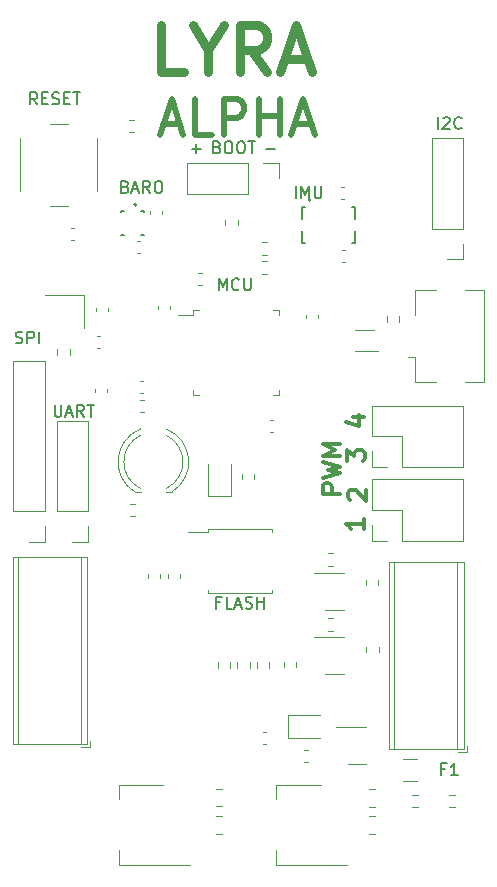
<source format=gbr>
%TF.GenerationSoftware,KiCad,Pcbnew,(7.0.0)*%
%TF.CreationDate,2023-07-06T15:18:02+01:00*%
%TF.ProjectId,wolf flight comp,776f6c66-2066-46c6-9967-687420636f6d,rev?*%
%TF.SameCoordinates,Original*%
%TF.FileFunction,Legend,Top*%
%TF.FilePolarity,Positive*%
%FSLAX46Y46*%
G04 Gerber Fmt 4.6, Leading zero omitted, Abs format (unit mm)*
G04 Created by KiCad (PCBNEW (7.0.0)) date 2023-07-06 15:18:02*
%MOMM*%
%LPD*%
G01*
G04 APERTURE LIST*
%ADD10C,0.200000*%
%ADD11C,0.750000*%
%ADD12C,0.300000*%
%ADD13C,0.500000*%
%ADD14C,0.150000*%
%ADD15C,0.120000*%
%ADD16C,0.127000*%
G04 APERTURE END LIST*
D10*
X160338095Y-67851428D02*
X161100000Y-67851428D01*
X160719047Y-68232380D02*
X160719047Y-67470476D01*
X162509523Y-67708571D02*
X162652380Y-67756190D01*
X162652380Y-67756190D02*
X162699999Y-67803809D01*
X162699999Y-67803809D02*
X162747618Y-67899047D01*
X162747618Y-67899047D02*
X162747618Y-68041904D01*
X162747618Y-68041904D02*
X162699999Y-68137142D01*
X162699999Y-68137142D02*
X162652380Y-68184761D01*
X162652380Y-68184761D02*
X162557142Y-68232380D01*
X162557142Y-68232380D02*
X162176190Y-68232380D01*
X162176190Y-68232380D02*
X162176190Y-67232380D01*
X162176190Y-67232380D02*
X162509523Y-67232380D01*
X162509523Y-67232380D02*
X162604761Y-67280000D01*
X162604761Y-67280000D02*
X162652380Y-67327619D01*
X162652380Y-67327619D02*
X162699999Y-67422857D01*
X162699999Y-67422857D02*
X162699999Y-67518095D01*
X162699999Y-67518095D02*
X162652380Y-67613333D01*
X162652380Y-67613333D02*
X162604761Y-67660952D01*
X162604761Y-67660952D02*
X162509523Y-67708571D01*
X162509523Y-67708571D02*
X162176190Y-67708571D01*
X163366666Y-67232380D02*
X163557142Y-67232380D01*
X163557142Y-67232380D02*
X163652380Y-67280000D01*
X163652380Y-67280000D02*
X163747618Y-67375238D01*
X163747618Y-67375238D02*
X163795237Y-67565714D01*
X163795237Y-67565714D02*
X163795237Y-67899047D01*
X163795237Y-67899047D02*
X163747618Y-68089523D01*
X163747618Y-68089523D02*
X163652380Y-68184761D01*
X163652380Y-68184761D02*
X163557142Y-68232380D01*
X163557142Y-68232380D02*
X163366666Y-68232380D01*
X163366666Y-68232380D02*
X163271428Y-68184761D01*
X163271428Y-68184761D02*
X163176190Y-68089523D01*
X163176190Y-68089523D02*
X163128571Y-67899047D01*
X163128571Y-67899047D02*
X163128571Y-67565714D01*
X163128571Y-67565714D02*
X163176190Y-67375238D01*
X163176190Y-67375238D02*
X163271428Y-67280000D01*
X163271428Y-67280000D02*
X163366666Y-67232380D01*
X164414285Y-67232380D02*
X164604761Y-67232380D01*
X164604761Y-67232380D02*
X164699999Y-67280000D01*
X164699999Y-67280000D02*
X164795237Y-67375238D01*
X164795237Y-67375238D02*
X164842856Y-67565714D01*
X164842856Y-67565714D02*
X164842856Y-67899047D01*
X164842856Y-67899047D02*
X164795237Y-68089523D01*
X164795237Y-68089523D02*
X164699999Y-68184761D01*
X164699999Y-68184761D02*
X164604761Y-68232380D01*
X164604761Y-68232380D02*
X164414285Y-68232380D01*
X164414285Y-68232380D02*
X164319047Y-68184761D01*
X164319047Y-68184761D02*
X164223809Y-68089523D01*
X164223809Y-68089523D02*
X164176190Y-67899047D01*
X164176190Y-67899047D02*
X164176190Y-67565714D01*
X164176190Y-67565714D02*
X164223809Y-67375238D01*
X164223809Y-67375238D02*
X164319047Y-67280000D01*
X164319047Y-67280000D02*
X164414285Y-67232380D01*
X165128571Y-67232380D02*
X165699999Y-67232380D01*
X165414285Y-68232380D02*
X165414285Y-67232380D01*
X166633333Y-67851428D02*
X167395238Y-67851428D01*
D11*
X159657142Y-61379523D02*
X157752380Y-61379523D01*
X157752380Y-61379523D02*
X157752380Y-57379523D01*
X161752380Y-59474761D02*
X161752380Y-61379523D01*
X160419047Y-57379523D02*
X161752380Y-59474761D01*
X161752380Y-59474761D02*
X163085714Y-57379523D01*
X166704761Y-61379523D02*
X165371427Y-59474761D01*
X164419046Y-61379523D02*
X164419046Y-57379523D01*
X164419046Y-57379523D02*
X165942856Y-57379523D01*
X165942856Y-57379523D02*
X166323808Y-57570000D01*
X166323808Y-57570000D02*
X166514285Y-57760476D01*
X166514285Y-57760476D02*
X166704761Y-58141428D01*
X166704761Y-58141428D02*
X166704761Y-58712857D01*
X166704761Y-58712857D02*
X166514285Y-59093809D01*
X166514285Y-59093809D02*
X166323808Y-59284285D01*
X166323808Y-59284285D02*
X165942856Y-59474761D01*
X165942856Y-59474761D02*
X164419046Y-59474761D01*
X168228570Y-60236666D02*
X170133332Y-60236666D01*
X167847618Y-61379523D02*
X169180951Y-57379523D01*
X169180951Y-57379523D02*
X170514285Y-61379523D01*
D10*
X147259523Y-64082380D02*
X146926190Y-63606190D01*
X146688095Y-64082380D02*
X146688095Y-63082380D01*
X146688095Y-63082380D02*
X147069047Y-63082380D01*
X147069047Y-63082380D02*
X147164285Y-63130000D01*
X147164285Y-63130000D02*
X147211904Y-63177619D01*
X147211904Y-63177619D02*
X147259523Y-63272857D01*
X147259523Y-63272857D02*
X147259523Y-63415714D01*
X147259523Y-63415714D02*
X147211904Y-63510952D01*
X147211904Y-63510952D02*
X147164285Y-63558571D01*
X147164285Y-63558571D02*
X147069047Y-63606190D01*
X147069047Y-63606190D02*
X146688095Y-63606190D01*
X147688095Y-63558571D02*
X148021428Y-63558571D01*
X148164285Y-64082380D02*
X147688095Y-64082380D01*
X147688095Y-64082380D02*
X147688095Y-63082380D01*
X147688095Y-63082380D02*
X148164285Y-63082380D01*
X148545238Y-64034761D02*
X148688095Y-64082380D01*
X148688095Y-64082380D02*
X148926190Y-64082380D01*
X148926190Y-64082380D02*
X149021428Y-64034761D01*
X149021428Y-64034761D02*
X149069047Y-63987142D01*
X149069047Y-63987142D02*
X149116666Y-63891904D01*
X149116666Y-63891904D02*
X149116666Y-63796666D01*
X149116666Y-63796666D02*
X149069047Y-63701428D01*
X149069047Y-63701428D02*
X149021428Y-63653809D01*
X149021428Y-63653809D02*
X148926190Y-63606190D01*
X148926190Y-63606190D02*
X148735714Y-63558571D01*
X148735714Y-63558571D02*
X148640476Y-63510952D01*
X148640476Y-63510952D02*
X148592857Y-63463333D01*
X148592857Y-63463333D02*
X148545238Y-63368095D01*
X148545238Y-63368095D02*
X148545238Y-63272857D01*
X148545238Y-63272857D02*
X148592857Y-63177619D01*
X148592857Y-63177619D02*
X148640476Y-63130000D01*
X148640476Y-63130000D02*
X148735714Y-63082380D01*
X148735714Y-63082380D02*
X148973809Y-63082380D01*
X148973809Y-63082380D02*
X149116666Y-63130000D01*
X149545238Y-63558571D02*
X149878571Y-63558571D01*
X150021428Y-64082380D02*
X149545238Y-64082380D01*
X149545238Y-64082380D02*
X149545238Y-63082380D01*
X149545238Y-63082380D02*
X150021428Y-63082380D01*
X150307143Y-63082380D02*
X150878571Y-63082380D01*
X150592857Y-64082380D02*
X150592857Y-63082380D01*
X181188095Y-66182380D02*
X181188095Y-65182380D01*
X181616666Y-65277619D02*
X181664285Y-65230000D01*
X181664285Y-65230000D02*
X181759523Y-65182380D01*
X181759523Y-65182380D02*
X181997618Y-65182380D01*
X181997618Y-65182380D02*
X182092856Y-65230000D01*
X182092856Y-65230000D02*
X182140475Y-65277619D01*
X182140475Y-65277619D02*
X182188094Y-65372857D01*
X182188094Y-65372857D02*
X182188094Y-65468095D01*
X182188094Y-65468095D02*
X182140475Y-65610952D01*
X182140475Y-65610952D02*
X181569047Y-66182380D01*
X181569047Y-66182380D02*
X182188094Y-66182380D01*
X183188094Y-66087142D02*
X183140475Y-66134761D01*
X183140475Y-66134761D02*
X182997618Y-66182380D01*
X182997618Y-66182380D02*
X182902380Y-66182380D01*
X182902380Y-66182380D02*
X182759523Y-66134761D01*
X182759523Y-66134761D02*
X182664285Y-66039523D01*
X182664285Y-66039523D02*
X182616666Y-65944285D01*
X182616666Y-65944285D02*
X182569047Y-65753809D01*
X182569047Y-65753809D02*
X182569047Y-65610952D01*
X182569047Y-65610952D02*
X182616666Y-65420476D01*
X182616666Y-65420476D02*
X182664285Y-65325238D01*
X182664285Y-65325238D02*
X182759523Y-65230000D01*
X182759523Y-65230000D02*
X182902380Y-65182380D01*
X182902380Y-65182380D02*
X182997618Y-65182380D01*
X182997618Y-65182380D02*
X183140475Y-65230000D01*
X183140475Y-65230000D02*
X183188094Y-65277619D01*
D12*
X173973571Y-90600000D02*
X174973571Y-90600000D01*
X173402142Y-90957142D02*
X174473571Y-91314285D01*
X174473571Y-91314285D02*
X174473571Y-90385714D01*
D10*
X169138095Y-72032380D02*
X169138095Y-71032380D01*
X169614285Y-72032380D02*
X169614285Y-71032380D01*
X169614285Y-71032380D02*
X169947618Y-71746666D01*
X169947618Y-71746666D02*
X170280951Y-71032380D01*
X170280951Y-71032380D02*
X170280951Y-72032380D01*
X170757142Y-71032380D02*
X170757142Y-71841904D01*
X170757142Y-71841904D02*
X170804761Y-71937142D01*
X170804761Y-71937142D02*
X170852380Y-71984761D01*
X170852380Y-71984761D02*
X170947618Y-72032380D01*
X170947618Y-72032380D02*
X171138094Y-72032380D01*
X171138094Y-72032380D02*
X171233332Y-71984761D01*
X171233332Y-71984761D02*
X171280951Y-71937142D01*
X171280951Y-71937142D02*
X171328570Y-71841904D01*
X171328570Y-71841904D02*
X171328570Y-71032380D01*
D12*
X174923571Y-99207142D02*
X174923571Y-100064285D01*
X174923571Y-99635714D02*
X173423571Y-99635714D01*
X173423571Y-99635714D02*
X173637857Y-99778571D01*
X173637857Y-99778571D02*
X173780714Y-99921428D01*
X173780714Y-99921428D02*
X173852142Y-100064285D01*
X173716428Y-97564285D02*
X173645000Y-97492857D01*
X173645000Y-97492857D02*
X173573571Y-97350000D01*
X173573571Y-97350000D02*
X173573571Y-96992857D01*
X173573571Y-96992857D02*
X173645000Y-96850000D01*
X173645000Y-96850000D02*
X173716428Y-96778571D01*
X173716428Y-96778571D02*
X173859285Y-96707142D01*
X173859285Y-96707142D02*
X174002142Y-96707142D01*
X174002142Y-96707142D02*
X174216428Y-96778571D01*
X174216428Y-96778571D02*
X175073571Y-97635714D01*
X175073571Y-97635714D02*
X175073571Y-96707142D01*
D10*
X154721428Y-71058571D02*
X154864285Y-71106190D01*
X154864285Y-71106190D02*
X154911904Y-71153809D01*
X154911904Y-71153809D02*
X154959523Y-71249047D01*
X154959523Y-71249047D02*
X154959523Y-71391904D01*
X154959523Y-71391904D02*
X154911904Y-71487142D01*
X154911904Y-71487142D02*
X154864285Y-71534761D01*
X154864285Y-71534761D02*
X154769047Y-71582380D01*
X154769047Y-71582380D02*
X154388095Y-71582380D01*
X154388095Y-71582380D02*
X154388095Y-70582380D01*
X154388095Y-70582380D02*
X154721428Y-70582380D01*
X154721428Y-70582380D02*
X154816666Y-70630000D01*
X154816666Y-70630000D02*
X154864285Y-70677619D01*
X154864285Y-70677619D02*
X154911904Y-70772857D01*
X154911904Y-70772857D02*
X154911904Y-70868095D01*
X154911904Y-70868095D02*
X154864285Y-70963333D01*
X154864285Y-70963333D02*
X154816666Y-71010952D01*
X154816666Y-71010952D02*
X154721428Y-71058571D01*
X154721428Y-71058571D02*
X154388095Y-71058571D01*
X155340476Y-71296666D02*
X155816666Y-71296666D01*
X155245238Y-71582380D02*
X155578571Y-70582380D01*
X155578571Y-70582380D02*
X155911904Y-71582380D01*
X156816666Y-71582380D02*
X156483333Y-71106190D01*
X156245238Y-71582380D02*
X156245238Y-70582380D01*
X156245238Y-70582380D02*
X156626190Y-70582380D01*
X156626190Y-70582380D02*
X156721428Y-70630000D01*
X156721428Y-70630000D02*
X156769047Y-70677619D01*
X156769047Y-70677619D02*
X156816666Y-70772857D01*
X156816666Y-70772857D02*
X156816666Y-70915714D01*
X156816666Y-70915714D02*
X156769047Y-71010952D01*
X156769047Y-71010952D02*
X156721428Y-71058571D01*
X156721428Y-71058571D02*
X156626190Y-71106190D01*
X156626190Y-71106190D02*
X156245238Y-71106190D01*
X157435714Y-70582380D02*
X157626190Y-70582380D01*
X157626190Y-70582380D02*
X157721428Y-70630000D01*
X157721428Y-70630000D02*
X157816666Y-70725238D01*
X157816666Y-70725238D02*
X157864285Y-70915714D01*
X157864285Y-70915714D02*
X157864285Y-71249047D01*
X157864285Y-71249047D02*
X157816666Y-71439523D01*
X157816666Y-71439523D02*
X157721428Y-71534761D01*
X157721428Y-71534761D02*
X157626190Y-71582380D01*
X157626190Y-71582380D02*
X157435714Y-71582380D01*
X157435714Y-71582380D02*
X157340476Y-71534761D01*
X157340476Y-71534761D02*
X157245238Y-71439523D01*
X157245238Y-71439523D02*
X157197619Y-71249047D01*
X157197619Y-71249047D02*
X157197619Y-70915714D01*
X157197619Y-70915714D02*
X157245238Y-70725238D01*
X157245238Y-70725238D02*
X157340476Y-70630000D01*
X157340476Y-70630000D02*
X157435714Y-70582380D01*
X162771428Y-106258571D02*
X162438095Y-106258571D01*
X162438095Y-106782380D02*
X162438095Y-105782380D01*
X162438095Y-105782380D02*
X162914285Y-105782380D01*
X163771428Y-106782380D02*
X163295238Y-106782380D01*
X163295238Y-106782380D02*
X163295238Y-105782380D01*
X164057143Y-106496666D02*
X164533333Y-106496666D01*
X163961905Y-106782380D02*
X164295238Y-105782380D01*
X164295238Y-105782380D02*
X164628571Y-106782380D01*
X164914286Y-106734761D02*
X165057143Y-106782380D01*
X165057143Y-106782380D02*
X165295238Y-106782380D01*
X165295238Y-106782380D02*
X165390476Y-106734761D01*
X165390476Y-106734761D02*
X165438095Y-106687142D01*
X165438095Y-106687142D02*
X165485714Y-106591904D01*
X165485714Y-106591904D02*
X165485714Y-106496666D01*
X165485714Y-106496666D02*
X165438095Y-106401428D01*
X165438095Y-106401428D02*
X165390476Y-106353809D01*
X165390476Y-106353809D02*
X165295238Y-106306190D01*
X165295238Y-106306190D02*
X165104762Y-106258571D01*
X165104762Y-106258571D02*
X165009524Y-106210952D01*
X165009524Y-106210952D02*
X164961905Y-106163333D01*
X164961905Y-106163333D02*
X164914286Y-106068095D01*
X164914286Y-106068095D02*
X164914286Y-105972857D01*
X164914286Y-105972857D02*
X164961905Y-105877619D01*
X164961905Y-105877619D02*
X165009524Y-105830000D01*
X165009524Y-105830000D02*
X165104762Y-105782380D01*
X165104762Y-105782380D02*
X165342857Y-105782380D01*
X165342857Y-105782380D02*
X165485714Y-105830000D01*
X165914286Y-106782380D02*
X165914286Y-105782380D01*
X165914286Y-106258571D02*
X166485714Y-106258571D01*
X166485714Y-106782380D02*
X166485714Y-105782380D01*
D12*
X173523571Y-94285714D02*
X173523571Y-93357142D01*
X173523571Y-93357142D02*
X174095000Y-93857142D01*
X174095000Y-93857142D02*
X174095000Y-93642857D01*
X174095000Y-93642857D02*
X174166428Y-93500000D01*
X174166428Y-93500000D02*
X174237857Y-93428571D01*
X174237857Y-93428571D02*
X174380714Y-93357142D01*
X174380714Y-93357142D02*
X174737857Y-93357142D01*
X174737857Y-93357142D02*
X174880714Y-93428571D01*
X174880714Y-93428571D02*
X174952142Y-93500000D01*
X174952142Y-93500000D02*
X175023571Y-93642857D01*
X175023571Y-93642857D02*
X175023571Y-94071428D01*
X175023571Y-94071428D02*
X174952142Y-94214285D01*
X174952142Y-94214285D02*
X174880714Y-94285714D01*
D10*
X162638095Y-79832380D02*
X162638095Y-78832380D01*
X162638095Y-78832380D02*
X162971428Y-79546666D01*
X162971428Y-79546666D02*
X163304761Y-78832380D01*
X163304761Y-78832380D02*
X163304761Y-79832380D01*
X164352380Y-79737142D02*
X164304761Y-79784761D01*
X164304761Y-79784761D02*
X164161904Y-79832380D01*
X164161904Y-79832380D02*
X164066666Y-79832380D01*
X164066666Y-79832380D02*
X163923809Y-79784761D01*
X163923809Y-79784761D02*
X163828571Y-79689523D01*
X163828571Y-79689523D02*
X163780952Y-79594285D01*
X163780952Y-79594285D02*
X163733333Y-79403809D01*
X163733333Y-79403809D02*
X163733333Y-79260952D01*
X163733333Y-79260952D02*
X163780952Y-79070476D01*
X163780952Y-79070476D02*
X163828571Y-78975238D01*
X163828571Y-78975238D02*
X163923809Y-78880000D01*
X163923809Y-78880000D02*
X164066666Y-78832380D01*
X164066666Y-78832380D02*
X164161904Y-78832380D01*
X164161904Y-78832380D02*
X164304761Y-78880000D01*
X164304761Y-78880000D02*
X164352380Y-78927619D01*
X164780952Y-78832380D02*
X164780952Y-79641904D01*
X164780952Y-79641904D02*
X164828571Y-79737142D01*
X164828571Y-79737142D02*
X164876190Y-79784761D01*
X164876190Y-79784761D02*
X164971428Y-79832380D01*
X164971428Y-79832380D02*
X165161904Y-79832380D01*
X165161904Y-79832380D02*
X165257142Y-79784761D01*
X165257142Y-79784761D02*
X165304761Y-79737142D01*
X165304761Y-79737142D02*
X165352380Y-79641904D01*
X165352380Y-79641904D02*
X165352380Y-78832380D01*
D13*
X157921428Y-65790000D02*
X159350000Y-65790000D01*
X157635714Y-66647142D02*
X158635714Y-63647142D01*
X158635714Y-63647142D02*
X159635714Y-66647142D01*
X162064286Y-66647142D02*
X160635714Y-66647142D01*
X160635714Y-66647142D02*
X160635714Y-63647142D01*
X163064285Y-66647142D02*
X163064285Y-63647142D01*
X163064285Y-63647142D02*
X164207142Y-63647142D01*
X164207142Y-63647142D02*
X164492857Y-63790000D01*
X164492857Y-63790000D02*
X164635714Y-63932857D01*
X164635714Y-63932857D02*
X164778571Y-64218571D01*
X164778571Y-64218571D02*
X164778571Y-64647142D01*
X164778571Y-64647142D02*
X164635714Y-64932857D01*
X164635714Y-64932857D02*
X164492857Y-65075714D01*
X164492857Y-65075714D02*
X164207142Y-65218571D01*
X164207142Y-65218571D02*
X163064285Y-65218571D01*
X166064285Y-66647142D02*
X166064285Y-63647142D01*
X166064285Y-65075714D02*
X167778571Y-65075714D01*
X167778571Y-66647142D02*
X167778571Y-63647142D01*
X169064285Y-65790000D02*
X170492857Y-65790000D01*
X168778571Y-66647142D02*
X169778571Y-63647142D01*
X169778571Y-63647142D02*
X170778571Y-66647142D01*
D12*
X172923571Y-97042857D02*
X171423571Y-97042857D01*
X171423571Y-97042857D02*
X171423571Y-96471428D01*
X171423571Y-96471428D02*
X171495000Y-96328571D01*
X171495000Y-96328571D02*
X171566428Y-96257142D01*
X171566428Y-96257142D02*
X171709285Y-96185714D01*
X171709285Y-96185714D02*
X171923571Y-96185714D01*
X171923571Y-96185714D02*
X172066428Y-96257142D01*
X172066428Y-96257142D02*
X172137857Y-96328571D01*
X172137857Y-96328571D02*
X172209285Y-96471428D01*
X172209285Y-96471428D02*
X172209285Y-97042857D01*
X171423571Y-95685714D02*
X172923571Y-95328571D01*
X172923571Y-95328571D02*
X171852142Y-95042857D01*
X171852142Y-95042857D02*
X172923571Y-94757142D01*
X172923571Y-94757142D02*
X171423571Y-94400000D01*
X172923571Y-93828571D02*
X171423571Y-93828571D01*
X171423571Y-93828571D02*
X172495000Y-93328571D01*
X172495000Y-93328571D02*
X171423571Y-92828571D01*
X171423571Y-92828571D02*
X172923571Y-92828571D01*
D10*
X145440476Y-84284761D02*
X145583333Y-84332380D01*
X145583333Y-84332380D02*
X145821428Y-84332380D01*
X145821428Y-84332380D02*
X145916666Y-84284761D01*
X145916666Y-84284761D02*
X145964285Y-84237142D01*
X145964285Y-84237142D02*
X146011904Y-84141904D01*
X146011904Y-84141904D02*
X146011904Y-84046666D01*
X146011904Y-84046666D02*
X145964285Y-83951428D01*
X145964285Y-83951428D02*
X145916666Y-83903809D01*
X145916666Y-83903809D02*
X145821428Y-83856190D01*
X145821428Y-83856190D02*
X145630952Y-83808571D01*
X145630952Y-83808571D02*
X145535714Y-83760952D01*
X145535714Y-83760952D02*
X145488095Y-83713333D01*
X145488095Y-83713333D02*
X145440476Y-83618095D01*
X145440476Y-83618095D02*
X145440476Y-83522857D01*
X145440476Y-83522857D02*
X145488095Y-83427619D01*
X145488095Y-83427619D02*
X145535714Y-83380000D01*
X145535714Y-83380000D02*
X145630952Y-83332380D01*
X145630952Y-83332380D02*
X145869047Y-83332380D01*
X145869047Y-83332380D02*
X146011904Y-83380000D01*
X146440476Y-84332380D02*
X146440476Y-83332380D01*
X146440476Y-83332380D02*
X146821428Y-83332380D01*
X146821428Y-83332380D02*
X146916666Y-83380000D01*
X146916666Y-83380000D02*
X146964285Y-83427619D01*
X146964285Y-83427619D02*
X147011904Y-83522857D01*
X147011904Y-83522857D02*
X147011904Y-83665714D01*
X147011904Y-83665714D02*
X146964285Y-83760952D01*
X146964285Y-83760952D02*
X146916666Y-83808571D01*
X146916666Y-83808571D02*
X146821428Y-83856190D01*
X146821428Y-83856190D02*
X146440476Y-83856190D01*
X147440476Y-84332380D02*
X147440476Y-83332380D01*
X148738095Y-89532380D02*
X148738095Y-90341904D01*
X148738095Y-90341904D02*
X148785714Y-90437142D01*
X148785714Y-90437142D02*
X148833333Y-90484761D01*
X148833333Y-90484761D02*
X148928571Y-90532380D01*
X148928571Y-90532380D02*
X149119047Y-90532380D01*
X149119047Y-90532380D02*
X149214285Y-90484761D01*
X149214285Y-90484761D02*
X149261904Y-90437142D01*
X149261904Y-90437142D02*
X149309523Y-90341904D01*
X149309523Y-90341904D02*
X149309523Y-89532380D01*
X149738095Y-90246666D02*
X150214285Y-90246666D01*
X149642857Y-90532380D02*
X149976190Y-89532380D01*
X149976190Y-89532380D02*
X150309523Y-90532380D01*
X151214285Y-90532380D02*
X150880952Y-90056190D01*
X150642857Y-90532380D02*
X150642857Y-89532380D01*
X150642857Y-89532380D02*
X151023809Y-89532380D01*
X151023809Y-89532380D02*
X151119047Y-89580000D01*
X151119047Y-89580000D02*
X151166666Y-89627619D01*
X151166666Y-89627619D02*
X151214285Y-89722857D01*
X151214285Y-89722857D02*
X151214285Y-89865714D01*
X151214285Y-89865714D02*
X151166666Y-89960952D01*
X151166666Y-89960952D02*
X151119047Y-90008571D01*
X151119047Y-90008571D02*
X151023809Y-90056190D01*
X151023809Y-90056190D02*
X150642857Y-90056190D01*
X151500000Y-89532380D02*
X152071428Y-89532380D01*
X151785714Y-90532380D02*
X151785714Y-89532380D01*
D14*
%TO.C,F1*%
X181816666Y-120343571D02*
X181483333Y-120343571D01*
X181483333Y-120867380D02*
X181483333Y-119867380D01*
X181483333Y-119867380D02*
X181959523Y-119867380D01*
X182864285Y-120867380D02*
X182292857Y-120867380D01*
X182578571Y-120867380D02*
X182578571Y-119867380D01*
X182578571Y-119867380D02*
X182483333Y-120010238D01*
X182483333Y-120010238D02*
X182388095Y-120105476D01*
X182388095Y-120105476D02*
X182292857Y-120153095D01*
D15*
%TO.C,C17*%
X156287380Y-90121200D02*
X156006220Y-90121200D01*
X156287380Y-89101200D02*
X156006220Y-89101200D01*
%TO.C,R8*%
X176163500Y-109998742D02*
X176163500Y-110473258D01*
X175118500Y-109998742D02*
X175118500Y-110473258D01*
%TO.C,U6*%
X161696000Y-100018000D02*
X161696000Y-100278000D01*
X161696000Y-100278000D02*
X160021000Y-100278000D01*
X161696000Y-105468000D02*
X161696000Y-105208000D01*
X164421000Y-100018000D02*
X161696000Y-100018000D01*
X164421000Y-100018000D02*
X167146000Y-100018000D01*
X164421000Y-105468000D02*
X161696000Y-105468000D01*
X164421000Y-105468000D02*
X167146000Y-105468000D01*
X167146000Y-100018000D02*
X167146000Y-100278000D01*
X167146000Y-105468000D02*
X167146000Y-105208000D01*
%TO.C,R13*%
X182137742Y-122577500D02*
X182612258Y-122577500D01*
X182137742Y-123622500D02*
X182612258Y-123622500D01*
%TO.C,J10*%
X183330000Y-77210000D02*
X182000000Y-77210000D01*
X183330000Y-75880000D02*
X183330000Y-77210000D01*
X183330000Y-74610000D02*
X183330000Y-66930000D01*
X183330000Y-74610000D02*
X180670000Y-74610000D01*
X183330000Y-66930000D02*
X180670000Y-66930000D01*
X180670000Y-74610000D02*
X180670000Y-66930000D01*
%TO.C,C19*%
X152271000Y-81572980D02*
X152271000Y-81291820D01*
X153291000Y-81572980D02*
X153291000Y-81291820D01*
%TO.C,R23*%
X168133500Y-111743258D02*
X168133500Y-111268742D01*
X169178500Y-111743258D02*
X169178500Y-111268742D01*
%TO.C,R21*%
X164225500Y-73867742D02*
X164225500Y-74342258D01*
X163180500Y-73867742D02*
X163180500Y-74342258D01*
%TO.C,J7*%
X182873000Y-118894000D02*
X183613000Y-118894000D01*
X183613000Y-118894000D02*
X183613000Y-118394000D01*
X177053000Y-118654000D02*
X183373000Y-118654000D01*
X177053000Y-118654000D02*
X177053000Y-102834000D01*
X177513000Y-118654000D02*
X177513000Y-102834000D01*
X182813000Y-118654000D02*
X182813000Y-102834000D01*
X183373000Y-118654000D02*
X183373000Y-102834000D01*
X177053000Y-102834000D02*
X183373000Y-102834000D01*
%TO.C,C6*%
X173059420Y-76452000D02*
X173340580Y-76452000D01*
X173059420Y-77472000D02*
X173340580Y-77472000D01*
%TO.C,FB2*%
X152144000Y-88476279D02*
X152144000Y-88150721D01*
X153164000Y-88476279D02*
X153164000Y-88150721D01*
%TO.C,C15*%
X161189580Y-79377000D02*
X160908420Y-79377000D01*
X161189580Y-78357000D02*
X160908420Y-78357000D01*
%TO.C,FB1*%
X170215779Y-119737600D02*
X169890221Y-119737600D01*
X170215779Y-118717600D02*
X169890221Y-118717600D01*
%TO.C,R16*%
X166737258Y-76822500D02*
X166262742Y-76822500D01*
X166737258Y-75777500D02*
X166262742Y-75777500D01*
%TO.C,F1*%
X179402064Y-121360000D02*
X178197936Y-121360000D01*
X179402064Y-119540000D02*
X178197936Y-119540000D01*
%TO.C,D3*%
X161727000Y-97267500D02*
X163647000Y-97267500D01*
X163647000Y-97267500D02*
X163647000Y-94582500D01*
X161727000Y-94582500D02*
X161727000Y-97267500D01*
%TO.C,R3*%
X177922500Y-82037742D02*
X177922500Y-82512258D01*
X176877500Y-82037742D02*
X176877500Y-82512258D01*
%TO.C,C9*%
X158323000Y-104153580D02*
X158323000Y-103872420D01*
X159343000Y-104153580D02*
X159343000Y-103872420D01*
%TO.C,R20*%
X162545500Y-111807258D02*
X162545500Y-111332742D01*
X163590500Y-111807258D02*
X163590500Y-111332742D01*
%TO.C,U3*%
X175806000Y-83200000D02*
X174206000Y-83200000D01*
X174206000Y-85000000D02*
X176106000Y-85000000D01*
%TO.C,C14*%
X166978420Y-90803000D02*
X167259580Y-90803000D01*
X166978420Y-91823000D02*
X167259580Y-91823000D01*
%TO.C,J6*%
X175581000Y-101025000D02*
X175581000Y-99695000D01*
X176911000Y-101025000D02*
X175581000Y-101025000D01*
X178181000Y-101025000D02*
X183321000Y-101025000D01*
X178181000Y-101025000D02*
X178181000Y-98425000D01*
X183321000Y-101025000D02*
X183321000Y-95825000D01*
X175581000Y-98425000D02*
X175581000Y-95825000D01*
X178181000Y-98425000D02*
X175581000Y-98425000D01*
X175581000Y-95825000D02*
X183321000Y-95825000D01*
%TO.C,R14*%
X166762258Y-78422500D02*
X166287742Y-78422500D01*
X166762258Y-77377500D02*
X166287742Y-77377500D01*
%TO.C,R6*%
X155087742Y-97927500D02*
X155562258Y-97927500D01*
X155087742Y-98972500D02*
X155562258Y-98972500D01*
%TO.C,Q1*%
X174340100Y-116788800D02*
X172540100Y-116788800D01*
X174340100Y-116788800D02*
X175140100Y-116788800D01*
X174340100Y-119908800D02*
X173540100Y-119908800D01*
X174340100Y-119908800D02*
X175140100Y-119908800D01*
%TO.C,J2*%
X151571000Y-101152000D02*
X150241000Y-101152000D01*
X151571000Y-99822000D02*
X151571000Y-101152000D01*
X151571000Y-98552000D02*
X151571000Y-90872000D01*
X151571000Y-98552000D02*
X148911000Y-98552000D01*
X151571000Y-90872000D02*
X148911000Y-90872000D01*
X148911000Y-98552000D02*
X148911000Y-90872000D01*
%TO.C,C8*%
X155688420Y-75690000D02*
X155969580Y-75690000D01*
X155688420Y-76710000D02*
X155969580Y-76710000D01*
%TO.C,R11*%
X176152500Y-104344742D02*
X176152500Y-104819258D01*
X175107500Y-104344742D02*
X175107500Y-104819258D01*
%TO.C,C18*%
X156261380Y-88495600D02*
X155980220Y-88495600D01*
X156261380Y-87475600D02*
X155980220Y-87475600D01*
%TO.C,C3*%
X175379748Y-124360000D02*
X175902252Y-124360000D01*
X175379748Y-125830000D02*
X175902252Y-125830000D01*
%TO.C,R22*%
X150001500Y-84814142D02*
X150001500Y-85288658D01*
X148956500Y-84814142D02*
X148956500Y-85288658D01*
%TO.C,Y1*%
X151213000Y-83022000D02*
X151213000Y-80222000D01*
X151213000Y-80222000D02*
X147913000Y-80222000D01*
D16*
%TO.C,U5*%
X154320500Y-73160000D02*
X154613000Y-73160000D01*
X154320500Y-73202500D02*
X154320500Y-73160000D01*
X154320500Y-75160000D02*
X154320500Y-75117500D01*
X154320500Y-75160000D02*
X154613000Y-75160000D01*
X156028000Y-73160000D02*
X156320500Y-73160000D01*
X156320500Y-73160000D02*
X156320500Y-73202500D01*
X156320500Y-75117500D02*
X156320500Y-75160000D01*
X156320500Y-75160000D02*
X156028000Y-75160000D01*
D10*
X155670500Y-72572500D02*
G75*
G03*
X155670500Y-72572500I-100000J0D01*
G01*
D15*
%TO.C,D2*%
X155554000Y-96921000D02*
X156019000Y-96921000D01*
X158179000Y-96921000D02*
X158644000Y-96921000D01*
X156018173Y-91573186D02*
G75*
G03*
X155554170Y-96920999I1080827J-2787814D01*
G01*
X156018572Y-92106522D02*
G75*
G03*
X156019000Y-96615683I1080428J-2254478D01*
G01*
X158179000Y-96615684D02*
G75*
G03*
X158179429Y-92106521I-1080000J2254684D01*
G01*
X158643830Y-96920999D02*
G75*
G03*
X158179827Y-91573186I-1544830J2559999D01*
G01*
%TO.C,J5*%
X175581000Y-94802000D02*
X175581000Y-93472000D01*
X176911000Y-94802000D02*
X175581000Y-94802000D01*
X178181000Y-94802000D02*
X183321000Y-94802000D01*
X178181000Y-94802000D02*
X178181000Y-92202000D01*
X183321000Y-94802000D02*
X183321000Y-89602000D01*
X175581000Y-92202000D02*
X175581000Y-89602000D01*
X178181000Y-92202000D02*
X175581000Y-92202000D01*
X175581000Y-89602000D02*
X183321000Y-89602000D01*
%TO.C,U1*%
X173518000Y-128505000D02*
X167508000Y-128505000D01*
X171268000Y-121685000D02*
X167508000Y-121685000D01*
X167508000Y-128505000D02*
X167508000Y-127245000D01*
X167508000Y-121685000D02*
X167508000Y-122945000D01*
%TO.C,R10*%
X165622500Y-95362742D02*
X165622500Y-95837258D01*
X164577500Y-95362742D02*
X164577500Y-95837258D01*
%TO.C,U7*%
X160474000Y-81480000D02*
X160474000Y-81930000D01*
X160474000Y-81930000D02*
X159184000Y-81930000D01*
X160474000Y-88700000D02*
X160474000Y-88250000D01*
X160924000Y-81480000D02*
X160474000Y-81480000D01*
X160924000Y-88700000D02*
X160474000Y-88700000D01*
X167244000Y-81480000D02*
X167694000Y-81480000D01*
X167244000Y-88700000D02*
X167694000Y-88700000D01*
X167694000Y-81480000D02*
X167694000Y-81930000D01*
X167694000Y-88700000D02*
X167694000Y-88250000D01*
%TO.C,C7*%
X157863000Y-73125420D02*
X157863000Y-73406580D01*
X156843000Y-73125420D02*
X156843000Y-73406580D01*
%TO.C,C20*%
X152335620Y-83716400D02*
X152616780Y-83716400D01*
X152335620Y-84736400D02*
X152616780Y-84736400D01*
%TO.C,J1*%
X179290000Y-87560000D02*
X179290000Y-85500000D01*
X181000000Y-87560000D02*
X179290000Y-87560000D01*
X185110000Y-87560000D02*
X183500000Y-87560000D01*
X185110000Y-87560000D02*
X185110000Y-79840000D01*
X179290000Y-85500000D02*
X178700000Y-85500000D01*
X179290000Y-79840000D02*
X179290000Y-81900000D01*
X181000000Y-79840000D02*
X179290000Y-79840000D01*
X185110000Y-79840000D02*
X183500000Y-79840000D01*
%TO.C,Q2*%
X172471500Y-109184000D02*
X170671500Y-109184000D01*
X172471500Y-109184000D02*
X173271500Y-109184000D01*
X172471500Y-112304000D02*
X171671500Y-112304000D01*
X172471500Y-112304000D02*
X173271500Y-112304000D01*
%TO.C,Q3*%
X172460500Y-103784000D02*
X170660500Y-103784000D01*
X172460500Y-103784000D02*
X173260500Y-103784000D01*
X172460500Y-106904000D02*
X171660500Y-106904000D01*
X172460500Y-106904000D02*
X173260500Y-106904000D01*
%TO.C,J3*%
X147888000Y-101152000D02*
X146558000Y-101152000D01*
X147888000Y-99822000D02*
X147888000Y-101152000D01*
X147888000Y-98552000D02*
X147888000Y-85792000D01*
X147888000Y-98552000D02*
X145228000Y-98552000D01*
X147888000Y-85792000D02*
X145228000Y-85792000D01*
X145228000Y-98552000D02*
X145228000Y-85792000D01*
%TO.C,J4*%
X150996000Y-118513000D02*
X151736000Y-118513000D01*
X151736000Y-118513000D02*
X151736000Y-118013000D01*
X145176000Y-118273000D02*
X151496000Y-118273000D01*
X145176000Y-118273000D02*
X145176000Y-102453000D01*
X145636000Y-118273000D02*
X145636000Y-102453000D01*
X150936000Y-118273000D02*
X150936000Y-102453000D01*
X151496000Y-118273000D02*
X151496000Y-102453000D01*
X145176000Y-102453000D02*
X151496000Y-102453000D01*
%TO.C,C2*%
X162425748Y-122048600D02*
X162948252Y-122048600D01*
X162425748Y-123518600D02*
X162948252Y-123518600D01*
%TO.C,R18*%
X164196500Y-111806258D02*
X164196500Y-111331742D01*
X165241500Y-111806258D02*
X165241500Y-111331742D01*
%TO.C,U2*%
X160183000Y-128505000D02*
X154173000Y-128505000D01*
X157933000Y-121685000D02*
X154173000Y-121685000D01*
X154173000Y-128505000D02*
X154173000Y-127245000D01*
X154173000Y-121685000D02*
X154173000Y-122945000D01*
%TO.C,J9*%
X167700000Y-69028000D02*
X167700000Y-70358000D01*
X166370000Y-69028000D02*
X167700000Y-69028000D01*
X165100000Y-69028000D02*
X159960000Y-69028000D01*
X165100000Y-69028000D02*
X165100000Y-71688000D01*
X159960000Y-69028000D02*
X159960000Y-71688000D01*
X165100000Y-71688000D02*
X159960000Y-71688000D01*
%TO.C,C5*%
X173228580Y-72138000D02*
X172947420Y-72138000D01*
X173228580Y-71118000D02*
X172947420Y-71118000D01*
%TO.C,R9*%
X172322258Y-103138500D02*
X171847742Y-103138500D01*
X172322258Y-102093500D02*
X171847742Y-102093500D01*
%TO.C,R17*%
X155020742Y-65415900D02*
X155495258Y-65415900D01*
X155020742Y-66460900D02*
X155495258Y-66460900D01*
%TO.C,C16*%
X170051000Y-82182580D02*
X170051000Y-81901420D01*
X171071000Y-82182580D02*
X171071000Y-81901420D01*
%TO.C,R19*%
X166892500Y-111332742D02*
X166892500Y-111807258D01*
X165847500Y-111332742D02*
X165847500Y-111807258D01*
%TO.C,D1*%
X168515000Y-115790000D02*
X168515000Y-117710000D01*
X168515000Y-117710000D02*
X171200000Y-117710000D01*
X171200000Y-115790000D02*
X168515000Y-115790000D01*
%TO.C,C11*%
X150100420Y-74547000D02*
X150381580Y-74547000D01*
X150100420Y-75567000D02*
X150381580Y-75567000D01*
%TO.C,C12*%
X166640580Y-118210000D02*
X166359420Y-118210000D01*
X166640580Y-117190000D02*
X166359420Y-117190000D01*
%TO.C,C10*%
X156672000Y-104166580D02*
X156672000Y-103885420D01*
X157692000Y-104166580D02*
X157692000Y-103885420D01*
%TO.C,SW1*%
X148348000Y-72715000D02*
X149848000Y-72715000D01*
X152348000Y-71465000D02*
X152348000Y-66965000D01*
X145848000Y-66965000D02*
X145848000Y-71465000D01*
X149848000Y-65715000D02*
X148348000Y-65715000D01*
%TO.C,R12*%
X179038942Y-122577500D02*
X179513458Y-122577500D01*
X179038942Y-123622500D02*
X179513458Y-123622500D01*
D16*
%TO.C,U4*%
X169698000Y-72795000D02*
X169948000Y-72795000D01*
X169698000Y-73795000D02*
X169698000Y-72795000D01*
X169698000Y-75795000D02*
X169698000Y-74795000D01*
X169948000Y-75795000D02*
X169698000Y-75795000D01*
X174198000Y-72795000D02*
X173948000Y-72795000D01*
X174198000Y-73795000D02*
X174198000Y-72795000D01*
X174198000Y-74795000D02*
X174198000Y-75795000D01*
X174198000Y-75795000D02*
X173948000Y-75795000D01*
D10*
X170419000Y-72195000D02*
G75*
G03*
X170419000Y-72195000I-100000J0D01*
G01*
D15*
%TO.C,C21*%
X157478000Y-81433580D02*
X157478000Y-81152420D01*
X158498000Y-81433580D02*
X158498000Y-81152420D01*
%TO.C,C4*%
X162425748Y-124360000D02*
X162948252Y-124360000D01*
X162425748Y-125830000D02*
X162948252Y-125830000D01*
%TO.C,C1*%
X175379748Y-122074000D02*
X175902252Y-122074000D01*
X175379748Y-123544000D02*
X175902252Y-123544000D01*
%TO.C,R7*%
X172322258Y-108663500D02*
X171847742Y-108663500D01*
X172322258Y-107618500D02*
X171847742Y-107618500D01*
%TD*%
M02*

</source>
